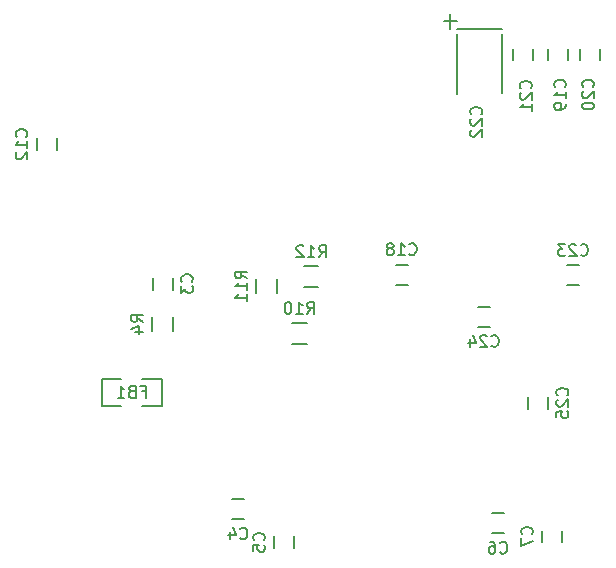
<source format=gbo>
%FSLAX46Y46*%
G04 Gerber Fmt 4.6, Leading zero omitted, Abs format (unit mm)*
G04 Created by KiCad (PCBNEW (2014-10-27 BZR 5228)-product) date 13/01/2015 10:49:15*
%MOMM*%
G01*
G04 APERTURE LIST*
%ADD10C,0.100000*%
%ADD11C,0.150000*%
G04 APERTURE END LIST*
D10*
D11*
X143650000Y-58500000D02*
X143650000Y-59500000D01*
X141950000Y-59500000D02*
X141950000Y-58500000D01*
X149700000Y-78950000D02*
X148700000Y-78950000D01*
X148700000Y-77250000D02*
X149700000Y-77250000D01*
X152250000Y-81400000D02*
X152250000Y-80400000D01*
X153950000Y-80400000D02*
X153950000Y-81400000D01*
X171700000Y-80150000D02*
X170700000Y-80150000D01*
X170700000Y-78450000D02*
X171700000Y-78450000D01*
X174950000Y-80900000D02*
X174950000Y-79900000D01*
X176650000Y-79900000D02*
X176650000Y-80900000D01*
X132150000Y-47700000D02*
X132150000Y-46700000D01*
X133850000Y-46700000D02*
X133850000Y-47700000D01*
X162542600Y-57379500D02*
X163542600Y-57379500D01*
X163542600Y-59079500D02*
X162542600Y-59079500D01*
X177150000Y-39100000D02*
X177150000Y-40100000D01*
X175450000Y-40100000D02*
X175450000Y-39100000D01*
X179850000Y-39100000D02*
X179850000Y-40100000D01*
X178150000Y-40100000D02*
X178150000Y-39100000D01*
X174150000Y-39100000D02*
X174150000Y-40100000D01*
X172450000Y-40100000D02*
X172450000Y-39100000D01*
X167700080Y-37400260D02*
X171499920Y-37400260D01*
X167700080Y-42899360D02*
X167700080Y-37900640D01*
X171499920Y-42896820D02*
X171499920Y-37898100D01*
X166597720Y-36798280D02*
X167697540Y-36798280D01*
X167098100Y-36198840D02*
X167098100Y-37397720D01*
X177046000Y-57443000D02*
X178046000Y-57443000D01*
X178046000Y-59143000D02*
X177046000Y-59143000D01*
X170500000Y-62650000D02*
X169500000Y-62650000D01*
X169500000Y-60950000D02*
X170500000Y-60950000D01*
X137660000Y-69343000D02*
X137660000Y-67057000D01*
X137660000Y-67057000D02*
X139311000Y-67057000D01*
X141089000Y-69343000D02*
X142740000Y-69343000D01*
X142740000Y-69343000D02*
X142740000Y-67057000D01*
X142740000Y-67057000D02*
X141089000Y-67057000D01*
X139311000Y-69343000D02*
X137660000Y-69343000D01*
X143675000Y-63000000D02*
X143675000Y-61800000D01*
X141925000Y-61800000D02*
X141925000Y-63000000D01*
X153800000Y-64075000D02*
X155000000Y-64075000D01*
X155000000Y-62325000D02*
X153800000Y-62325000D01*
X152475000Y-59800000D02*
X152475000Y-58600000D01*
X150725000Y-58600000D02*
X150725000Y-59800000D01*
X154800000Y-59275000D02*
X156000000Y-59275000D01*
X156000000Y-57525000D02*
X154800000Y-57525000D01*
X175450000Y-68600000D02*
X175450000Y-69600000D01*
X173750000Y-69600000D02*
X173750000Y-68600000D01*
X145257143Y-58833334D02*
X145304762Y-58785715D01*
X145352381Y-58642858D01*
X145352381Y-58547620D01*
X145304762Y-58404762D01*
X145209524Y-58309524D01*
X145114286Y-58261905D01*
X144923810Y-58214286D01*
X144780952Y-58214286D01*
X144590476Y-58261905D01*
X144495238Y-58309524D01*
X144400000Y-58404762D01*
X144352381Y-58547620D01*
X144352381Y-58642858D01*
X144400000Y-58785715D01*
X144447619Y-58833334D01*
X144352381Y-59166667D02*
X144352381Y-59785715D01*
X144733333Y-59452381D01*
X144733333Y-59595239D01*
X144780952Y-59690477D01*
X144828571Y-59738096D01*
X144923810Y-59785715D01*
X145161905Y-59785715D01*
X145257143Y-59738096D01*
X145304762Y-59690477D01*
X145352381Y-59595239D01*
X145352381Y-59309524D01*
X145304762Y-59214286D01*
X145257143Y-59166667D01*
X149366666Y-80557143D02*
X149414285Y-80604762D01*
X149557142Y-80652381D01*
X149652380Y-80652381D01*
X149795238Y-80604762D01*
X149890476Y-80509524D01*
X149938095Y-80414286D01*
X149985714Y-80223810D01*
X149985714Y-80080952D01*
X149938095Y-79890476D01*
X149890476Y-79795238D01*
X149795238Y-79700000D01*
X149652380Y-79652381D01*
X149557142Y-79652381D01*
X149414285Y-79700000D01*
X149366666Y-79747619D01*
X148509523Y-79985714D02*
X148509523Y-80652381D01*
X148747619Y-79604762D02*
X148985714Y-80319048D01*
X148366666Y-80319048D01*
X151357143Y-80733334D02*
X151404762Y-80685715D01*
X151452381Y-80542858D01*
X151452381Y-80447620D01*
X151404762Y-80304762D01*
X151309524Y-80209524D01*
X151214286Y-80161905D01*
X151023810Y-80114286D01*
X150880952Y-80114286D01*
X150690476Y-80161905D01*
X150595238Y-80209524D01*
X150500000Y-80304762D01*
X150452381Y-80447620D01*
X150452381Y-80542858D01*
X150500000Y-80685715D01*
X150547619Y-80733334D01*
X150452381Y-81638096D02*
X150452381Y-81161905D01*
X150928571Y-81114286D01*
X150880952Y-81161905D01*
X150833333Y-81257143D01*
X150833333Y-81495239D01*
X150880952Y-81590477D01*
X150928571Y-81638096D01*
X151023810Y-81685715D01*
X151261905Y-81685715D01*
X151357143Y-81638096D01*
X151404762Y-81590477D01*
X151452381Y-81495239D01*
X151452381Y-81257143D01*
X151404762Y-81161905D01*
X151357143Y-81114286D01*
X171366666Y-81757143D02*
X171414285Y-81804762D01*
X171557142Y-81852381D01*
X171652380Y-81852381D01*
X171795238Y-81804762D01*
X171890476Y-81709524D01*
X171938095Y-81614286D01*
X171985714Y-81423810D01*
X171985714Y-81280952D01*
X171938095Y-81090476D01*
X171890476Y-80995238D01*
X171795238Y-80900000D01*
X171652380Y-80852381D01*
X171557142Y-80852381D01*
X171414285Y-80900000D01*
X171366666Y-80947619D01*
X170509523Y-80852381D02*
X170700000Y-80852381D01*
X170795238Y-80900000D01*
X170842857Y-80947619D01*
X170938095Y-81090476D01*
X170985714Y-81280952D01*
X170985714Y-81661905D01*
X170938095Y-81757143D01*
X170890476Y-81804762D01*
X170795238Y-81852381D01*
X170604761Y-81852381D01*
X170509523Y-81804762D01*
X170461904Y-81757143D01*
X170414285Y-81661905D01*
X170414285Y-81423810D01*
X170461904Y-81328571D01*
X170509523Y-81280952D01*
X170604761Y-81233333D01*
X170795238Y-81233333D01*
X170890476Y-81280952D01*
X170938095Y-81328571D01*
X170985714Y-81423810D01*
X174057143Y-80233334D02*
X174104762Y-80185715D01*
X174152381Y-80042858D01*
X174152381Y-79947620D01*
X174104762Y-79804762D01*
X174009524Y-79709524D01*
X173914286Y-79661905D01*
X173723810Y-79614286D01*
X173580952Y-79614286D01*
X173390476Y-79661905D01*
X173295238Y-79709524D01*
X173200000Y-79804762D01*
X173152381Y-79947620D01*
X173152381Y-80042858D01*
X173200000Y-80185715D01*
X173247619Y-80233334D01*
X173152381Y-80566667D02*
X173152381Y-81233334D01*
X174152381Y-80804762D01*
X131257143Y-46557143D02*
X131304762Y-46509524D01*
X131352381Y-46366667D01*
X131352381Y-46271429D01*
X131304762Y-46128571D01*
X131209524Y-46033333D01*
X131114286Y-45985714D01*
X130923810Y-45938095D01*
X130780952Y-45938095D01*
X130590476Y-45985714D01*
X130495238Y-46033333D01*
X130400000Y-46128571D01*
X130352381Y-46271429D01*
X130352381Y-46366667D01*
X130400000Y-46509524D01*
X130447619Y-46557143D01*
X131352381Y-47509524D02*
X131352381Y-46938095D01*
X131352381Y-47223809D02*
X130352381Y-47223809D01*
X130495238Y-47128571D01*
X130590476Y-47033333D01*
X130638095Y-46938095D01*
X130447619Y-47890476D02*
X130400000Y-47938095D01*
X130352381Y-48033333D01*
X130352381Y-48271429D01*
X130400000Y-48366667D01*
X130447619Y-48414286D01*
X130542857Y-48461905D01*
X130638095Y-48461905D01*
X130780952Y-48414286D01*
X131352381Y-47842857D01*
X131352381Y-48461905D01*
X163685457Y-56486643D02*
X163733076Y-56534262D01*
X163875933Y-56581881D01*
X163971171Y-56581881D01*
X164114029Y-56534262D01*
X164209267Y-56439024D01*
X164256886Y-56343786D01*
X164304505Y-56153310D01*
X164304505Y-56010452D01*
X164256886Y-55819976D01*
X164209267Y-55724738D01*
X164114029Y-55629500D01*
X163971171Y-55581881D01*
X163875933Y-55581881D01*
X163733076Y-55629500D01*
X163685457Y-55677119D01*
X162733076Y-56581881D02*
X163304505Y-56581881D01*
X163018791Y-56581881D02*
X163018791Y-55581881D01*
X163114029Y-55724738D01*
X163209267Y-55819976D01*
X163304505Y-55867595D01*
X162161648Y-56010452D02*
X162256886Y-55962833D01*
X162304505Y-55915214D01*
X162352124Y-55819976D01*
X162352124Y-55772357D01*
X162304505Y-55677119D01*
X162256886Y-55629500D01*
X162161648Y-55581881D01*
X161971171Y-55581881D01*
X161875933Y-55629500D01*
X161828314Y-55677119D01*
X161780695Y-55772357D01*
X161780695Y-55819976D01*
X161828314Y-55915214D01*
X161875933Y-55962833D01*
X161971171Y-56010452D01*
X162161648Y-56010452D01*
X162256886Y-56058071D01*
X162304505Y-56105690D01*
X162352124Y-56200929D01*
X162352124Y-56391405D01*
X162304505Y-56486643D01*
X162256886Y-56534262D01*
X162161648Y-56581881D01*
X161971171Y-56581881D01*
X161875933Y-56534262D01*
X161828314Y-56486643D01*
X161780695Y-56391405D01*
X161780695Y-56200929D01*
X161828314Y-56105690D01*
X161875933Y-56058071D01*
X161971171Y-56010452D01*
X176857143Y-42357143D02*
X176904762Y-42309524D01*
X176952381Y-42166667D01*
X176952381Y-42071429D01*
X176904762Y-41928571D01*
X176809524Y-41833333D01*
X176714286Y-41785714D01*
X176523810Y-41738095D01*
X176380952Y-41738095D01*
X176190476Y-41785714D01*
X176095238Y-41833333D01*
X176000000Y-41928571D01*
X175952381Y-42071429D01*
X175952381Y-42166667D01*
X176000000Y-42309524D01*
X176047619Y-42357143D01*
X176952381Y-43309524D02*
X176952381Y-42738095D01*
X176952381Y-43023809D02*
X175952381Y-43023809D01*
X176095238Y-42928571D01*
X176190476Y-42833333D01*
X176238095Y-42738095D01*
X176952381Y-43785714D02*
X176952381Y-43976190D01*
X176904762Y-44071429D01*
X176857143Y-44119048D01*
X176714286Y-44214286D01*
X176523810Y-44261905D01*
X176142857Y-44261905D01*
X176047619Y-44214286D01*
X176000000Y-44166667D01*
X175952381Y-44071429D01*
X175952381Y-43880952D01*
X176000000Y-43785714D01*
X176047619Y-43738095D01*
X176142857Y-43690476D01*
X176380952Y-43690476D01*
X176476190Y-43738095D01*
X176523810Y-43785714D01*
X176571429Y-43880952D01*
X176571429Y-44071429D01*
X176523810Y-44166667D01*
X176476190Y-44214286D01*
X176380952Y-44261905D01*
X179230243Y-42335943D02*
X179277862Y-42288324D01*
X179325481Y-42145467D01*
X179325481Y-42050229D01*
X179277862Y-41907371D01*
X179182624Y-41812133D01*
X179087386Y-41764514D01*
X178896910Y-41716895D01*
X178754052Y-41716895D01*
X178563576Y-41764514D01*
X178468338Y-41812133D01*
X178373100Y-41907371D01*
X178325481Y-42050229D01*
X178325481Y-42145467D01*
X178373100Y-42288324D01*
X178420719Y-42335943D01*
X178420719Y-42716895D02*
X178373100Y-42764514D01*
X178325481Y-42859752D01*
X178325481Y-43097848D01*
X178373100Y-43193086D01*
X178420719Y-43240705D01*
X178515957Y-43288324D01*
X178611195Y-43288324D01*
X178754052Y-43240705D01*
X179325481Y-42669276D01*
X179325481Y-43288324D01*
X178325481Y-43907371D02*
X178325481Y-44002610D01*
X178373100Y-44097848D01*
X178420719Y-44145467D01*
X178515957Y-44193086D01*
X178706433Y-44240705D01*
X178944529Y-44240705D01*
X179135005Y-44193086D01*
X179230243Y-44145467D01*
X179277862Y-44097848D01*
X179325481Y-44002610D01*
X179325481Y-43907371D01*
X179277862Y-43812133D01*
X179230243Y-43764514D01*
X179135005Y-43716895D01*
X178944529Y-43669276D01*
X178706433Y-43669276D01*
X178515957Y-43716895D01*
X178420719Y-43764514D01*
X178373100Y-43812133D01*
X178325481Y-43907371D01*
X173957143Y-42457143D02*
X174004762Y-42409524D01*
X174052381Y-42266667D01*
X174052381Y-42171429D01*
X174004762Y-42028571D01*
X173909524Y-41933333D01*
X173814286Y-41885714D01*
X173623810Y-41838095D01*
X173480952Y-41838095D01*
X173290476Y-41885714D01*
X173195238Y-41933333D01*
X173100000Y-42028571D01*
X173052381Y-42171429D01*
X173052381Y-42266667D01*
X173100000Y-42409524D01*
X173147619Y-42457143D01*
X173147619Y-42838095D02*
X173100000Y-42885714D01*
X173052381Y-42980952D01*
X173052381Y-43219048D01*
X173100000Y-43314286D01*
X173147619Y-43361905D01*
X173242857Y-43409524D01*
X173338095Y-43409524D01*
X173480952Y-43361905D01*
X174052381Y-42790476D01*
X174052381Y-43409524D01*
X174052381Y-44361905D02*
X174052381Y-43790476D01*
X174052381Y-44076190D02*
X173052381Y-44076190D01*
X173195238Y-43980952D01*
X173290476Y-43885714D01*
X173338095Y-43790476D01*
X169757143Y-44657143D02*
X169804762Y-44609524D01*
X169852381Y-44466667D01*
X169852381Y-44371429D01*
X169804762Y-44228571D01*
X169709524Y-44133333D01*
X169614286Y-44085714D01*
X169423810Y-44038095D01*
X169280952Y-44038095D01*
X169090476Y-44085714D01*
X168995238Y-44133333D01*
X168900000Y-44228571D01*
X168852381Y-44371429D01*
X168852381Y-44466667D01*
X168900000Y-44609524D01*
X168947619Y-44657143D01*
X168947619Y-45038095D02*
X168900000Y-45085714D01*
X168852381Y-45180952D01*
X168852381Y-45419048D01*
X168900000Y-45514286D01*
X168947619Y-45561905D01*
X169042857Y-45609524D01*
X169138095Y-45609524D01*
X169280952Y-45561905D01*
X169852381Y-44990476D01*
X169852381Y-45609524D01*
X168947619Y-45990476D02*
X168900000Y-46038095D01*
X168852381Y-46133333D01*
X168852381Y-46371429D01*
X168900000Y-46466667D01*
X168947619Y-46514286D01*
X169042857Y-46561905D01*
X169138095Y-46561905D01*
X169280952Y-46514286D01*
X169852381Y-45942857D01*
X169852381Y-46561905D01*
X167172069Y-36419868D02*
X167172069Y-37181773D01*
X167553021Y-36800821D02*
X166791116Y-36800821D01*
X178188857Y-56550143D02*
X178236476Y-56597762D01*
X178379333Y-56645381D01*
X178474571Y-56645381D01*
X178617429Y-56597762D01*
X178712667Y-56502524D01*
X178760286Y-56407286D01*
X178807905Y-56216810D01*
X178807905Y-56073952D01*
X178760286Y-55883476D01*
X178712667Y-55788238D01*
X178617429Y-55693000D01*
X178474571Y-55645381D01*
X178379333Y-55645381D01*
X178236476Y-55693000D01*
X178188857Y-55740619D01*
X177807905Y-55740619D02*
X177760286Y-55693000D01*
X177665048Y-55645381D01*
X177426952Y-55645381D01*
X177331714Y-55693000D01*
X177284095Y-55740619D01*
X177236476Y-55835857D01*
X177236476Y-55931095D01*
X177284095Y-56073952D01*
X177855524Y-56645381D01*
X177236476Y-56645381D01*
X176903143Y-55645381D02*
X176284095Y-55645381D01*
X176617429Y-56026333D01*
X176474571Y-56026333D01*
X176379333Y-56073952D01*
X176331714Y-56121571D01*
X176284095Y-56216810D01*
X176284095Y-56454905D01*
X176331714Y-56550143D01*
X176379333Y-56597762D01*
X176474571Y-56645381D01*
X176760286Y-56645381D01*
X176855524Y-56597762D01*
X176903143Y-56550143D01*
X170642857Y-64257143D02*
X170690476Y-64304762D01*
X170833333Y-64352381D01*
X170928571Y-64352381D01*
X171071429Y-64304762D01*
X171166667Y-64209524D01*
X171214286Y-64114286D01*
X171261905Y-63923810D01*
X171261905Y-63780952D01*
X171214286Y-63590476D01*
X171166667Y-63495238D01*
X171071429Y-63400000D01*
X170928571Y-63352381D01*
X170833333Y-63352381D01*
X170690476Y-63400000D01*
X170642857Y-63447619D01*
X170261905Y-63447619D02*
X170214286Y-63400000D01*
X170119048Y-63352381D01*
X169880952Y-63352381D01*
X169785714Y-63400000D01*
X169738095Y-63447619D01*
X169690476Y-63542857D01*
X169690476Y-63638095D01*
X169738095Y-63780952D01*
X170309524Y-64352381D01*
X169690476Y-64352381D01*
X168833333Y-63685714D02*
X168833333Y-64352381D01*
X169071429Y-63304762D02*
X169309524Y-64019048D01*
X168690476Y-64019048D01*
X141033333Y-68128571D02*
X141366667Y-68128571D01*
X141366667Y-68652381D02*
X141366667Y-67652381D01*
X140890476Y-67652381D01*
X140176190Y-68128571D02*
X140033333Y-68176190D01*
X139985714Y-68223810D01*
X139938095Y-68319048D01*
X139938095Y-68461905D01*
X139985714Y-68557143D01*
X140033333Y-68604762D01*
X140128571Y-68652381D01*
X140509524Y-68652381D01*
X140509524Y-67652381D01*
X140176190Y-67652381D01*
X140080952Y-67700000D01*
X140033333Y-67747619D01*
X139985714Y-67842857D01*
X139985714Y-67938095D01*
X140033333Y-68033333D01*
X140080952Y-68080952D01*
X140176190Y-68128571D01*
X140509524Y-68128571D01*
X138985714Y-68652381D02*
X139557143Y-68652381D01*
X139271429Y-68652381D02*
X139271429Y-67652381D01*
X139366667Y-67795238D01*
X139461905Y-67890476D01*
X139557143Y-67938095D01*
X141152381Y-62233334D02*
X140676190Y-61900000D01*
X141152381Y-61661905D02*
X140152381Y-61661905D01*
X140152381Y-62042858D01*
X140200000Y-62138096D01*
X140247619Y-62185715D01*
X140342857Y-62233334D01*
X140485714Y-62233334D01*
X140580952Y-62185715D01*
X140628571Y-62138096D01*
X140676190Y-62042858D01*
X140676190Y-61661905D01*
X140485714Y-63090477D02*
X141152381Y-63090477D01*
X140104762Y-62852381D02*
X140819048Y-62614286D01*
X140819048Y-63233334D01*
X155042857Y-61552381D02*
X155376191Y-61076190D01*
X155614286Y-61552381D02*
X155614286Y-60552381D01*
X155233333Y-60552381D01*
X155138095Y-60600000D01*
X155090476Y-60647619D01*
X155042857Y-60742857D01*
X155042857Y-60885714D01*
X155090476Y-60980952D01*
X155138095Y-61028571D01*
X155233333Y-61076190D01*
X155614286Y-61076190D01*
X154090476Y-61552381D02*
X154661905Y-61552381D01*
X154376191Y-61552381D02*
X154376191Y-60552381D01*
X154471429Y-60695238D01*
X154566667Y-60790476D01*
X154661905Y-60838095D01*
X153471429Y-60552381D02*
X153376190Y-60552381D01*
X153280952Y-60600000D01*
X153233333Y-60647619D01*
X153185714Y-60742857D01*
X153138095Y-60933333D01*
X153138095Y-61171429D01*
X153185714Y-61361905D01*
X153233333Y-61457143D01*
X153280952Y-61504762D01*
X153376190Y-61552381D01*
X153471429Y-61552381D01*
X153566667Y-61504762D01*
X153614286Y-61457143D01*
X153661905Y-61361905D01*
X153709524Y-61171429D01*
X153709524Y-60933333D01*
X153661905Y-60742857D01*
X153614286Y-60647619D01*
X153566667Y-60600000D01*
X153471429Y-60552381D01*
X149952381Y-58557143D02*
X149476190Y-58223809D01*
X149952381Y-57985714D02*
X148952381Y-57985714D01*
X148952381Y-58366667D01*
X149000000Y-58461905D01*
X149047619Y-58509524D01*
X149142857Y-58557143D01*
X149285714Y-58557143D01*
X149380952Y-58509524D01*
X149428571Y-58461905D01*
X149476190Y-58366667D01*
X149476190Y-57985714D01*
X149952381Y-59509524D02*
X149952381Y-58938095D01*
X149952381Y-59223809D02*
X148952381Y-59223809D01*
X149095238Y-59128571D01*
X149190476Y-59033333D01*
X149238095Y-58938095D01*
X149952381Y-60461905D02*
X149952381Y-59890476D01*
X149952381Y-60176190D02*
X148952381Y-60176190D01*
X149095238Y-60080952D01*
X149190476Y-59985714D01*
X149238095Y-59890476D01*
X156042857Y-56752381D02*
X156376191Y-56276190D01*
X156614286Y-56752381D02*
X156614286Y-55752381D01*
X156233333Y-55752381D01*
X156138095Y-55800000D01*
X156090476Y-55847619D01*
X156042857Y-55942857D01*
X156042857Y-56085714D01*
X156090476Y-56180952D01*
X156138095Y-56228571D01*
X156233333Y-56276190D01*
X156614286Y-56276190D01*
X155090476Y-56752381D02*
X155661905Y-56752381D01*
X155376191Y-56752381D02*
X155376191Y-55752381D01*
X155471429Y-55895238D01*
X155566667Y-55990476D01*
X155661905Y-56038095D01*
X154709524Y-55847619D02*
X154661905Y-55800000D01*
X154566667Y-55752381D01*
X154328571Y-55752381D01*
X154233333Y-55800000D01*
X154185714Y-55847619D01*
X154138095Y-55942857D01*
X154138095Y-56038095D01*
X154185714Y-56180952D01*
X154757143Y-56752381D01*
X154138095Y-56752381D01*
X177057143Y-68457143D02*
X177104762Y-68409524D01*
X177152381Y-68266667D01*
X177152381Y-68171429D01*
X177104762Y-68028571D01*
X177009524Y-67933333D01*
X176914286Y-67885714D01*
X176723810Y-67838095D01*
X176580952Y-67838095D01*
X176390476Y-67885714D01*
X176295238Y-67933333D01*
X176200000Y-68028571D01*
X176152381Y-68171429D01*
X176152381Y-68266667D01*
X176200000Y-68409524D01*
X176247619Y-68457143D01*
X176247619Y-68838095D02*
X176200000Y-68885714D01*
X176152381Y-68980952D01*
X176152381Y-69219048D01*
X176200000Y-69314286D01*
X176247619Y-69361905D01*
X176342857Y-69409524D01*
X176438095Y-69409524D01*
X176580952Y-69361905D01*
X177152381Y-68790476D01*
X177152381Y-69409524D01*
X176152381Y-70314286D02*
X176152381Y-69838095D01*
X176628571Y-69790476D01*
X176580952Y-69838095D01*
X176533333Y-69933333D01*
X176533333Y-70171429D01*
X176580952Y-70266667D01*
X176628571Y-70314286D01*
X176723810Y-70361905D01*
X176961905Y-70361905D01*
X177057143Y-70314286D01*
X177104762Y-70266667D01*
X177152381Y-70171429D01*
X177152381Y-69933333D01*
X177104762Y-69838095D01*
X177057143Y-69790476D01*
M02*

</source>
